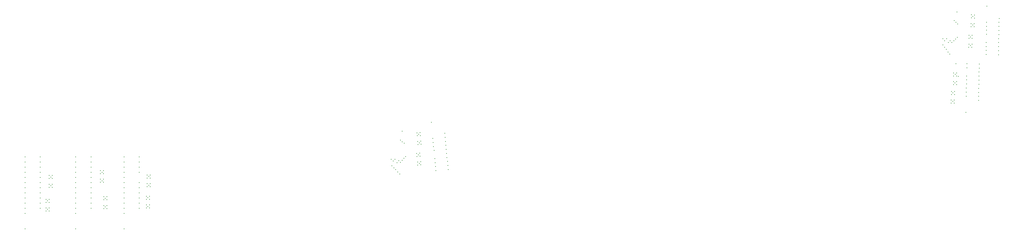
<source format=gbr>
*
G4_C Author: OrCAD GerbTool(tm) 8.1.1 Wed Jun 18 22:44:34 2003*
G4 Mass Parameters *
G4 Image *
G4 Aperture Definitions *
G4 Plot Data *
G4 Mass Parameters *
G4 Image *
G4 Aperture Definitions *
G4 Plot Data *
G4 Mass Parameters *
G4 Image *
G4 Aperture Definitions *
G4 Plot Data *
G4 Mass Parameters *
G4 Image *
G4 Aperture Definitions *
G4 Plot Data *
%LPD*%
%FSLAX34Y34*%
%MOIN*%
%AD*%
%ADD10R,0.050000X0.050000*%
%ADD11C,0.006000*%
%ADD12C,0.019000*%
%ADD13C,0.007900*%
%ADD14C,0.005000*%
%ADD15C,0.000800*%
%ADD16R,0.070000X0.025000*%
%ADD17R,0.068000X0.023000*%
%ADD18C,0.006000*%
%ADD19C,0.009800*%
%ADD20C,0.010000*%
%ADD21C,0.030000*%
%ADD22C,0.060000*%
%ADD23C,0.035000*%
%ADD24C,0.055000*%
%ADD25C,0.065000*%
%ADD256C,0.015000*%
%ADD257C,0.011000*%
%ADD258C,0.036000*%
G4_C OrCAD GerbTool Tool List *
G4_D256 2 0.0150 T 0 0*
G4_D257 1 0.0110 T 0 0*
G4_D258 3 0.0360 T 0 0*
G54D257*
G1X11814Y8867D3*
G1X11812Y8367D3*
G1X11812Y7867D3*
G1X11814Y6366D3*
G1X11813Y5866D3*
G1X11812Y5367D3*
G1X11812Y4867D3*
G1X11813Y4367D3*
G1X11813Y3866D3*
G1X10342Y8868D3*
G1X10342Y8368D3*
G1X10341Y7867D3*
G1X10341Y7368D3*
G1X10341Y6868D3*
G1X10341Y6367D3*
G1X10342Y5867D3*
G1X10342Y5368D3*
G1X10341Y4867D3*
G1X10342Y4368D3*
G1X10341Y3868D3*
G1X10342Y3367D3*
G1X10341Y1868D3*
G1X11812Y7367D3*
G1X12800Y3897D3*
G1X12800Y4198D3*
G1X12501Y3897D3*
G1X12501Y4197D3*
G1X12651Y4047D3*
G1X12800Y4737D3*
G1X12800Y5038D3*
G1X12500Y4737D3*
G1X12500Y5037D3*
G1X12650Y4887D3*
G1X12877Y5961D3*
G1X12877Y6261D3*
G1X12577Y5961D3*
G1X12577Y6261D3*
G1X12727Y6111D3*
G1X12876Y6801D3*
G1X12876Y7101D3*
G1X12577Y6801D3*
G1X12577Y7101D3*
G1X12727Y6951D3*
G1X7123Y7367D3*
G1X7124Y6866D3*
G1X7125Y6366D3*
G1X7124Y5866D3*
G1X7123Y5367D3*
G1X7123Y4867D3*
G1X7124Y4367D3*
G1X7124Y3866D3*
G1X5653Y8869D3*
G1X5653Y8369D3*
G1X5652Y7868D3*
G1X5652Y7369D3*
G1X5652Y6869D3*
G1X5652Y6368D3*
G1X5653Y5868D3*
G1X5653Y5369D3*
G1X5652Y4868D3*
G1X5653Y4369D3*
G1X5652Y3869D3*
G1X5653Y3368D3*
G1X5652Y1868D3*
G1X7123Y8867D3*
G1X7123Y8367D3*
G1X7123Y7867D3*
G1X8669Y3843D3*
G1X8669Y4143D3*
G1X8369Y3843D3*
G1X8370Y4143D3*
G1X8520Y3993D3*
G1X8668Y4683D3*
G1X8668Y4983D3*
G1X8369Y4683D3*
G1X8369Y4983D3*
G1X8519Y4833D3*
G1X8338Y6385D3*
G1X8338Y6686D3*
G1X8039Y6385D3*
G1X8039Y6685D3*
G1X8189Y6535D3*
G1X8338Y7225D3*
G1X8338Y7525D3*
G1X8038Y7225D3*
G1X8038Y7525D3*
G1X8188Y7375D3*
G1X2196Y8866D3*
G1X2194Y8366D3*
G1X2194Y7866D3*
G1X2194Y7366D3*
G1X2195Y6865D3*
G1X2196Y6365D3*
G1X2195Y5865D3*
G1X2194Y5366D3*
G1X2194Y4866D3*
G1X2195Y4366D3*
G1X2195Y3865D3*
G1X724Y8867D3*
G1X724Y8367D3*
G1X723Y7866D3*
G1X723Y7367D3*
G1X723Y6867D3*
G1X723Y6366D3*
G1X724Y5866D3*
G1X724Y5367D3*
G1X723Y4866D3*
G1X724Y4367D3*
G1X723Y3867D3*
G1X724Y3366D3*
G1X723Y1866D3*
G1X3057Y3608D3*
G1X3057Y3908D3*
G1X2757Y3608D3*
G1X2757Y3908D3*
G1X2907Y3758D3*
G1X3056Y4448D3*
G1X3056Y4748D3*
G1X2756Y4448D3*
G1X2757Y4747D3*
G1X2906Y4598D3*
G1X3376Y5912D3*
G1X3376Y6212D3*
G1X3076Y5912D3*
G1X3076Y6212D3*
G1X3226Y6062D3*
G1X3375Y6752D3*
G1X3375Y7052D3*
G1X3075Y6752D3*
G1X3076Y7051D3*
G1X3225Y6902D3*
G1X36954Y8503D3*
G1X37067Y7207D3*
G1X37130Y10507D3*
G1X37320Y10347D3*
G1X37510Y10188D3*
G1X37621Y8911D3*
G1X37462Y8722D3*
G1X37303Y8532D3*
G1X37144Y8342D3*
G1X36243Y8617D3*
G1X36432Y8457D3*
G1X36796Y8312D3*
G1X36591Y8647D3*
G1X36678Y7636D3*
G1X36487Y7814D3*
G1X36875Y7395D3*
G1X36293Y8014D3*
G1X41756Y7631D3*
G1X41721Y8024D3*
G1X41687Y8416D3*
G1X41653Y8807D3*
G1X41618Y9200D3*
G1X41584Y9591D3*
G1X41550Y9984D3*
G1X41515Y10376D3*
G1X41481Y10769D3*
G1X41447Y11160D3*
G1X40559Y7526D3*
G1X40525Y7919D3*
G1X40491Y8310D3*
G1X40456Y8703D3*
G1X40388Y9487D3*
G1X40353Y9879D3*
G1X40319Y10272D3*
G1X40285Y10664D3*
G1X40148Y12231D3*
G1X39118Y8098D3*
G1X39092Y8396D3*
G1X38819Y8071D3*
G1X38793Y8370D3*
G1X38955Y8234D3*
G1X39044Y8934D3*
G1X39018Y9233D3*
G1X38745Y8908D3*
G1X38720Y9206D3*
G1X38881Y9071D3*
G1X39131Y10105D3*
G1X39105Y10404D3*
G1X38832Y10079D3*
G1X38806Y10378D3*
G1X38969Y10242D3*
G1X39057Y10942D3*
G1X39031Y11241D3*
G1X38758Y10916D3*
G1X38733Y11214D3*
G1X38894Y11078D3*
G1X37315Y11360D3*
G1X90442Y20172D3*
G1X90418Y18872D3*
G1X90827Y22147D3*
G1X90999Y21969D3*
G1X91170Y21790D3*
G1X91148Y20509D3*
G1X90970Y20337D3*
G1X90792Y20165D3*
G1X90614Y19993D3*
G1X89746Y20360D3*
G1X89918Y20181D3*
G1X90265Y19999D3*
G1X90096Y20354D3*
G1X90076Y19339D3*
G1X89905Y19536D3*
G1X90247Y19079D3*
G1X89734Y19755D3*
G1X95126Y18803D3*
G1X95133Y19198D3*
G1X95140Y19591D3*
G1X95147Y19984D3*
G1X95153Y20378D3*
G1X95160Y20771D3*
G1X95167Y21165D3*
G1X95174Y21559D3*
G1X95181Y21953D3*
G1X95188Y22345D3*
G1X93925Y18824D3*
G1X93932Y19218D3*
G1X93939Y19611D3*
G1X93946Y20005D3*
G1X93959Y20792D3*
G1X93966Y21186D3*
G1X93973Y21580D3*
G1X93980Y21973D3*
G1X94008Y23546D3*
G1X92551Y19543D3*
G1X92557Y19843D3*
G1X92251Y19548D3*
G1X92257Y19848D3*
G1X92404Y19696D3*
G1X92565Y20383D3*
G1X92570Y20683D3*
G1X92265Y20388D3*
G1X92271Y20687D3*
G1X92418Y20536D3*
G1X92774Y21538D3*
G1X92780Y21838D3*
G1X92474Y21544D3*
G1X92480Y21844D3*
G1X92627Y21691D3*
G1X92788Y22378D3*
G1X92793Y22678D3*
G1X92488Y22384D3*
G1X92494Y22683D3*
G1X92641Y22531D3*
G1X91099Y22976D3*
G1X91226Y16701D3*
G1X93199Y14361D3*
G1X93205Y14755D3*
G1X93212Y15148D3*
G1X93219Y15543D3*
G1X93226Y15936D3*
G1X93233Y16331D3*
G1X93240Y16723D3*
G1X93247Y17117D3*
G1X93254Y17511D3*
G1X93260Y17904D3*
G1X91978Y13203D3*
G1X92006Y14776D3*
G1X92013Y15169D3*
G1X92019Y15563D3*
G1X92026Y15957D3*
G1X92033Y16351D3*
G1X92040Y16744D3*
G1X92054Y17531D3*
G1X92061Y17925D3*
G1X90845Y14101D3*
G1X90850Y14400D3*
G1X90545Y14106D3*
G1X90550Y14406D3*
G1X90697Y14253D3*
G1X90858Y14940D3*
G1X90864Y15240D3*
G1X90558Y14946D3*
G1X90565Y15245D3*
G1X90711Y15093D3*
G1X91065Y15903D3*
G1X91070Y16203D3*
G1X90765Y15908D3*
G1X90770Y16208D3*
G1X90918Y16056D3*
G1X91079Y16743D3*
G1X91084Y17043D3*
G1X90779Y16748D3*
G1X90785Y17047D3*
G1X90931Y16895D3*
G1X90987Y17944D3*
M2*

</source>
